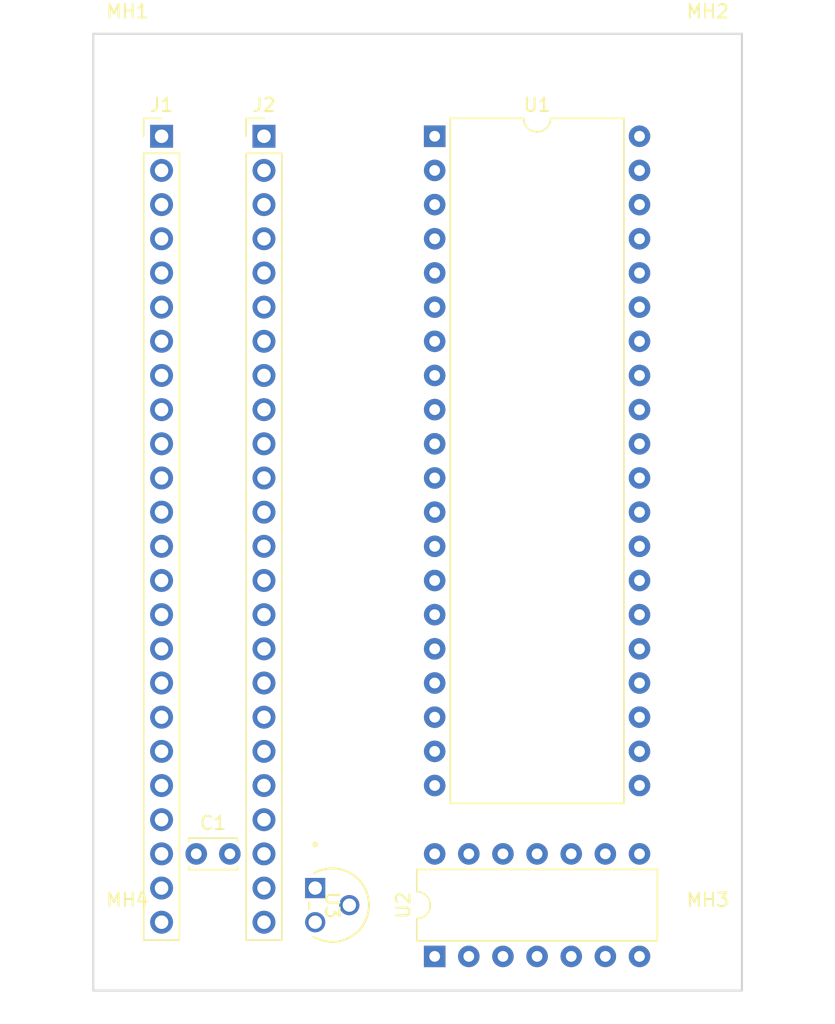
<source format=kicad_pcb>
(kicad_pcb (version 20221018) (generator pcbnew)
  (title_block (title "BionicP8086") (company "Tadashi G. Takaoka"))
  (layers (0 "F.Cu" signal) (31 "B.Cu" signal) (34 "B.Paste" user) (35 "F.Paste" user) (36 "B.SilkS" user "B.Silkscreen") (37 "F.SilkS" user "F.Silkscreen") (38 "B.Mask" user) (39 "F.Mask" user) (44 "Edge.Cuts" user))
  (net 0 "")
  (net 1 "GND")
  (net 2 "VCC")
  (net 3 "/P50")
  (net 4 "/P53")
  (net 6 "/P51")
  (net 7 "/P36")
  (net 8 "/P52")
  (net 9 "/P37")
  (net 10 "/P47")
  (net 11 "/P55")
  (net 12 "/P54")
  (net 13 "/P46")
  (net 14 "/P35")
  (net 15 "/P20")
  (net 16 "/P34")
  (net 17 "/P21")
  (net 18 "/P33")
  (net 19 "/P22")
  (net 20 "/P32")
  (net 21 "/P23")
  (net 22 "/P31")
  (net 23 "/P24")
  (net 24 "/P30")
  (net 25 "/P25")
  (net 26 "/P26")
  (net 27 "/P17")
  (net 28 "/P27")
  (net 29 "/P16")
  (net 30 "/P15")
  (net 31 "/P40")
  (net 32 "/P14")
  (net 33 "/P13")
  (net 34 "/P42")
  (net 35 "/P12")
  (net 36 "/P43")
  (net 37 "/P11")
  (net 38 "/P44")
  (net 39 "/P10")
  (net 40 "Net-(U1-CLK)")
  (net 45 "Net-(J2-P57)")
  (footprint "MountingHole:MountingHole_3.2mm_M3" (layer "F.Cu") (at 101 70)
    (fp_text reference "MH1" (at 0 -4.2) (layer "F.SilkS"))
    (fp_text value "MountingHole_3.2mm_M3")
    (pad "" np_thru_hole circle (at 0 0) (size 3.2 3.2) (drill 3.2) (layers "*.Cu" "*.Mask"))
  )
  (footprint "MountingHole:MountingHole_3.2mm_M3" (layer "F.Cu") (at 144.18 70)
    (fp_text reference "MH2" (at 0 -4.2) (layer "F.SilkS"))
    (fp_text value "MountingHole_3.2mm_M3")
    (pad "" np_thru_hole circle (at 0 0) (size 3.2 3.2) (drill 3.2) (layers "*.Cu" "*.Mask"))
  )
  (footprint "MountingHole:MountingHole_3.2mm_M3" (layer "F.Cu") (at 144.18 136.04)
    (fp_text reference "MH3" (at 0 -4.2) (layer "F.SilkS"))
    (fp_text value "MountingHole_3.2mm_M3")
    (pad "" np_thru_hole circle (at 0 0) (size 3.2 3.2) (drill 3.2) (layers "*.Cu" "*.Mask"))
  )
  (footprint "MountingHole:MountingHole_3.2mm_M3" (layer "F.Cu") (at 101 136.04)
    (fp_text reference "MH4" (at 0 -4.2) (layer "F.SilkS"))
    (fp_text value "MountingHole_3.2mm_M3")
    (pad "" np_thru_hole circle (at 0 0) (size 3.2 3.2) (drill 3.2) (layers "*.Cu" "*.Mask"))
  )
  (footprint "Capacitor_THT:C_Disc_D3.4mm_W2.1mm_P2.50mm" (layer "F.Cu") (at 106.12 128.42)
    (fp_text reference "C1" (at 1.25 -2.3) (layer "F.SilkS"))
    (fp_text value "0.1u")
    (fp_line (start -0.57 -1.17) (end -0.57 -0.925) (stroke (width 0.12)) (layer "F.SilkS"))
    (fp_line (start -0.57 -1.17) (end 3.07 -1.17) (stroke (width 0.12)) (layer "F.SilkS"))
    (fp_line (start -0.57 0.925) (end -0.57 1.17) (stroke (width 0.12)) (layer "F.SilkS"))
    (fp_line (start -0.57 1.17) (end 3.07 1.17) (stroke (width 0.12)) (layer "F.SilkS"))
    (fp_line (start 3.07 -1.17) (end 3.07 -0.925) (stroke (width 0.12)) (layer "F.SilkS"))
    (fp_line (start 3.07 0.925) (end 3.07 1.17) (stroke (width 0.12)) (layer "F.SilkS"))
    (pad "1" thru_hole circle (at 0 0) (size 1.6 1.6) (drill 0.8) (layers "*.Cu" "*.Mask") (net 2 "VCC"))
    (pad "2" thru_hole circle (at 2.5 0) (size 1.6 1.6) (drill 0.8) (layers "*.Cu" "*.Mask") (net 1 "GND"))
  )
  (footprint "Package_DIP:DIP-14_W7.62mm" (layer "F.Cu") (at 123.86 136.04 90)
    (fp_text reference "U2" (at 3.81 -2.33 90) (layer "F.SilkS"))
    (fp_text value "74HCT126")
    (fp_line (start 1.16 -1.33) (end 1.16 16.57) (stroke (width 0.12)) (layer "F.SilkS"))
    (fp_line (start 1.16 16.57) (end 6.46 16.57) (stroke (width 0.12)) (layer "F.SilkS"))
    (fp_line (start 2.81 -1.33) (end 1.16 -1.33) (stroke (width 0.12)) (layer "F.SilkS"))
    (fp_line (start 6.46 -1.33) (end 4.81 -1.33) (stroke (width 0.12)) (layer "F.SilkS"))
    (fp_line (start 6.46 16.57) (end 6.46 -1.33) (stroke (width 0.12)) (layer "F.SilkS"))
    (fp_arc (start 4.81 -1.33) (mid 3.81 -0.33) (end 2.81 -1.33) (stroke (width 0.12)) (layer "F.SilkS"))
    (pad "1" thru_hole rect (at 0 0 90) (size 1.6 1.6) (drill 0.8) (layers "*.Cu" "*.Mask") (net 2 "VCC"))
    (pad "2" thru_hole oval (at 0 2.54 90) (size 1.6 1.6) (drill 0.8) (layers "*.Cu" "*.Mask") (net 13 "/P46"))
    (pad "3" thru_hole oval (at 0 5.08 90) (size 1.6 1.6) (drill 0.8) (layers "*.Cu" "*.Mask") (net 40 "Net-(U1-CLK)"))
    (pad "4" thru_hole oval (at 0 7.62 90) (size 1.6 1.6) (drill 0.8) (layers "*.Cu" "*.Mask") (net 2 "VCC"))
    (pad "5" thru_hole oval (at 0 10.16 90) (size 1.6 1.6) (drill 0.8) (layers "*.Cu" "*.Mask") (net 1 "GND"))
    (pad "6" thru_hole oval (at 0 12.7 90) (size 1.6 1.6) (drill 0.8) (layers "*.Cu" "*.Mask"))
    (pad "7" thru_hole oval (at 0 15.24 90) (size 1.6 1.6) (drill 0.8) (layers "*.Cu" "*.Mask") (net 1 "GND"))
    (pad "8" thru_hole oval (at 7.62 15.24 90) (size 1.6 1.6) (drill 0.8) (layers "*.Cu" "*.Mask"))
    (pad "9" thru_hole oval (at 7.62 12.7 90) (size 1.6 1.6) (drill 0.8) (layers "*.Cu" "*.Mask") (net 1 "GND"))
    (pad "10" thru_hole oval (at 7.62 10.16 90) (size 1.6 1.6) (drill 0.8) (layers "*.Cu" "*.Mask") (net 1 "GND"))
    (pad "11" thru_hole oval (at 7.62 7.62 90) (size 1.6 1.6) (drill 0.8) (layers "*.Cu" "*.Mask"))
    (pad "12" thru_hole oval (at 7.62 5.08 90) (size 1.6 1.6) (drill 0.8) (layers "*.Cu" "*.Mask") (net 1 "GND"))
    (pad "13" thru_hole oval (at 7.62 2.54 90) (size 1.6 1.6) (drill 0.8) (layers "*.Cu" "*.Mask") (net 1 "GND"))
    (pad "14" thru_hole oval (at 7.62 0 90) (size 1.6 1.6) (drill 0.8) (layers "*.Cu" "*.Mask") (net 2 "VCC"))
  )
  (footprint "Package_DIP:DIP-40_W15.24mm" (layer "F.Cu") (at 123.86 75.08)
    (fp_text reference "U1" (at 7.62 -2.33) (layer "F.SilkS"))
    (fp_text value "P80C86A")
    (fp_line (start 1.16 -1.33) (end 1.16 49.59) (stroke (width 0.12)) (layer "F.SilkS"))
    (fp_line (start 1.16 49.59) (end 14.08 49.59) (stroke (width 0.12)) (layer "F.SilkS"))
    (fp_line (start 6.62 -1.33) (end 1.16 -1.33) (stroke (width 0.12)) (layer "F.SilkS"))
    (fp_line (start 14.08 -1.33) (end 8.62 -1.33) (stroke (width 0.12)) (layer "F.SilkS"))
    (fp_line (start 14.08 49.59) (end 14.08 -1.33) (stroke (width 0.12)) (layer "F.SilkS"))
    (fp_arc (start 8.62 -1.33) (mid 7.62 -0.33) (end 6.62 -1.33) (stroke (width 0.12)) (layer "F.SilkS"))
    (pad "1" thru_hole rect (at 0 0) (size 1.6 1.6) (drill 0.8) (layers "*.Cu" "*.Mask") (net 1 "GND"))
    (pad "2" thru_hole oval (at 0 2.54) (size 1.6 1.6) (drill 0.8) (layers "*.Cu" "*.Mask") (net 26 "/P26"))
    (pad "3" thru_hole oval (at 0 5.08) (size 1.6 1.6) (drill 0.8) (layers "*.Cu" "*.Mask") (net 25 "/P25"))
    (pad "4" thru_hole oval (at 0 7.62) (size 1.6 1.6) (drill 0.8) (layers "*.Cu" "*.Mask") (net 23 "/P24"))
    (pad "5" thru_hole oval (at 0 10.16) (size 1.6 1.6) (drill 0.8) (layers "*.Cu" "*.Mask") (net 21 "/P23"))
    (pad "6" thru_hole oval (at 0 12.7) (size 1.6 1.6) (drill 0.8) (layers "*.Cu" "*.Mask") (net 19 "/P22"))
    (pad "7" thru_hole oval (at 0 15.24) (size 1.6 1.6) (drill 0.8) (layers "*.Cu" "*.Mask") (net 17 "/P21"))
    (pad "8" thru_hole oval (at 0 17.78) (size 1.6 1.6) (drill 0.8) (layers "*.Cu" "*.Mask") (net 15 "/P20"))
    (pad "9" thru_hole oval (at 0 20.32) (size 1.6 1.6) (drill 0.8) (layers "*.Cu" "*.Mask") (net 27 "/P17"))
    (pad "10" thru_hole oval (at 0 22.86) (size 1.6 1.6) (drill 0.8) (layers "*.Cu" "*.Mask") (net 29 "/P16"))
    (pad "11" thru_hole oval (at 0 25.4) (size 1.6 1.6) (drill 0.8) (layers "*.Cu" "*.Mask") (net 30 "/P15"))
    (pad "12" thru_hole oval (at 0 27.94) (size 1.6 1.6) (drill 0.8) (layers "*.Cu" "*.Mask") (net 32 "/P14"))
    (pad "13" thru_hole oval (at 0 30.48) (size 1.6 1.6) (drill 0.8) (layers "*.Cu" "*.Mask") (net 33 "/P13"))
    (pad "14" thru_hole oval (at 0 33.02) (size 1.6 1.6) (drill 0.8) (layers "*.Cu" "*.Mask") (net 35 "/P12"))
    (pad "15" thru_hole oval (at 0 35.56) (size 1.6 1.6) (drill 0.8) (layers "*.Cu" "*.Mask") (net 37 "/P11"))
    (pad "16" thru_hole oval (at 0 38.1) (size 1.6 1.6) (drill 0.8) (layers "*.Cu" "*.Mask") (net 39 "/P10"))
    (pad "17" thru_hole oval (at 0 40.64) (size 1.6 1.6) (drill 0.8) (layers "*.Cu" "*.Mask") (net 36 "/P43"))
    (pad "18" thru_hole oval (at 0 43.18) (size 1.6 1.6) (drill 0.8) (layers "*.Cu" "*.Mask") (net 34 "/P42"))
    (pad "19" thru_hole oval (at 0 45.72) (size 1.6 1.6) (drill 0.8) (layers "*.Cu" "*.Mask") (net 40 "Net-(U1-CLK)"))
    (pad "20" thru_hole oval (at 0 48.26) (size 1.6 1.6) (drill 0.8) (layers "*.Cu" "*.Mask") (net 1 "GND"))
    (pad "21" thru_hole oval (at 15.24 48.26) (size 1.6 1.6) (drill 0.8) (layers "*.Cu" "*.Mask") (net 4 "/P53"))
    (pad "22" thru_hole oval (at 15.24 45.72) (size 1.6 1.6) (drill 0.8) (layers "*.Cu" "*.Mask") (net 8 "/P52"))
    (pad "23" thru_hole oval (at 15.24 43.18) (size 1.6 1.6) (drill 0.8) (layers "*.Cu" "*.Mask") (net 2 "VCC"))
    (pad "24" thru_hole oval (at 15.24 40.64) (size 1.6 1.6) (drill 0.8) (layers "*.Cu" "*.Mask") (net 12 "/P54"))
    (pad "25" thru_hole oval (at 15.24 38.1) (size 1.6 1.6) (drill 0.8) (layers "*.Cu" "*.Mask") (net 31 "/P40"))
    (pad "26" thru_hole oval (at 15.24 35.56) (size 1.6 1.6) (drill 0.8) (layers "*.Cu" "*.Mask") (net 38 "/P44"))
    (pad "27" thru_hole oval (at 15.24 33.02) (size 1.6 1.6) (drill 0.8) (layers "*.Cu" "*.Mask") (net 14 "/P35"))
    (pad "28" thru_hole oval (at 15.24 30.48) (size 1.6 1.6) (drill 0.8) (layers "*.Cu" "*.Mask") (net 11 "/P55"))
    (pad "29" thru_hole oval (at 15.24 27.94) (size 1.6 1.6) (drill 0.8) (layers "*.Cu" "*.Mask") (net 6 "/P51"))
    (pad "30" thru_hole oval (at 15.24 25.4) (size 1.6 1.6) (drill 0.8) (layers "*.Cu" "*.Mask") (net 7 "/P36"))
    (pad "31" thru_hole oval (at 15.24 22.86) (size 1.6 1.6) (drill 0.8) (layers "*.Cu" "*.Mask") (net 9 "/P37"))
    (pad "32" thru_hole oval (at 15.24 20.32) (size 1.6 1.6) (drill 0.8) (layers "*.Cu" "*.Mask") (net 3 "/P50"))
    (pad "33" thru_hole oval (at 15.24 17.78) (size 1.6 1.6) (drill 0.8) (layers "*.Cu" "*.Mask") (net 10 "/P47"))
    (pad "34" thru_hole oval (at 15.24 15.24) (size 1.6 1.6) (drill 0.8) (layers "*.Cu" "*.Mask") (net 16 "/P34"))
    (pad "35" thru_hole oval (at 15.24 12.7) (size 1.6 1.6) (drill 0.8) (layers "*.Cu" "*.Mask") (net 18 "/P33"))
    (pad "36" thru_hole oval (at 15.24 10.16) (size 1.6 1.6) (drill 0.8) (layers "*.Cu" "*.Mask") (net 20 "/P32"))
    (pad "37" thru_hole oval (at 15.24 7.62) (size 1.6 1.6) (drill 0.8) (layers "*.Cu" "*.Mask") (net 22 "/P31"))
    (pad "38" thru_hole oval (at 15.24 5.08) (size 1.6 1.6) (drill 0.8) (layers "*.Cu" "*.Mask") (net 24 "/P30"))
    (pad "39" thru_hole oval (at 15.24 2.54) (size 1.6 1.6) (drill 0.8) (layers "*.Cu" "*.Mask") (net 28 "/P27"))
    (pad "40" thru_hole oval (at 15.24 0) (size 1.6 1.6) (drill 0.8) (layers "*.Cu" "*.Mask") (net 2 "VCC"))
  )
  (footprint "connector:Bionic-P135_Vertical" (layer "F.Cu") (at 103.54 75.08)
    (fp_text reference "J1" (at 0 -2.33) (layer "F.SilkS"))
    (fp_text value "Bionic-P135")
    (fp_line (start -1.33 -1.33) (end 0 -1.33) (stroke (width 0.12)) (layer "F.SilkS"))
    (fp_line (start -1.33 0) (end -1.33 -1.33) (stroke (width 0.12)) (layer "F.SilkS"))
    (fp_line (start -1.33 1.27) (end -1.33 59.75) (stroke (width 0.12)) (layer "F.SilkS"))
    (fp_line (start -1.33 1.27) (end 1.33 1.27) (stroke (width 0.12)) (layer "F.SilkS"))
    (fp_line (start -1.33 59.75) (end 1.33 59.75) (stroke (width 0.12)) (layer "F.SilkS"))
    (fp_line (start 1.33 1.27) (end 1.33 59.75) (stroke (width 0.12)) (layer "F.SilkS"))
    (pad "1" thru_hole rect (at 0 0) (size 1.7 1.7) (drill 1) (layers "*.Cu" "*.Mask") (net 1 "GND"))
    (pad "2" thru_hole oval (at 0 2.54) (size 1.7 1.7) (drill 1) (layers "*.Cu" "*.Mask") (net 39 "/P10"))
    (pad "3" thru_hole oval (at 0 5.08) (size 1.7 1.7) (drill 1) (layers "*.Cu" "*.Mask") (net 37 "/P11"))
    (pad "4" thru_hole oval (at 0 7.62) (size 1.7 1.7) (drill 1) (layers "*.Cu" "*.Mask") (net 35 "/P12"))
    (pad "5" thru_hole oval (at 0 10.16) (size 1.7 1.7) (drill 1) (layers "*.Cu" "*.Mask") (net 33 "/P13"))
    (pad "6" thru_hole oval (at 0 12.7) (size 1.7 1.7) (drill 1) (layers "*.Cu" "*.Mask") (net 32 "/P14"))
    (pad "7" thru_hole oval (at 0 15.24) (size 1.7 1.7) (drill 1) (layers "*.Cu" "*.Mask") (net 30 "/P15"))
    (pad "8" thru_hole oval (at 0 17.78) (size 1.7 1.7) (drill 1) (layers "*.Cu" "*.Mask") (net 29 "/P16"))
    (pad "9" thru_hole oval (at 0 20.32) (size 1.7 1.7) (drill 1) (layers "*.Cu" "*.Mask") (net 27 "/P17"))
    (pad "10" thru_hole oval (at 0 22.86) (size 1.7 1.7) (drill 1) (layers "*.Cu" "*.Mask"))
    (pad "11" thru_hole oval (at 0 25.4) (size 1.7 1.7) (drill 1) (layers "*.Cu" "*.Mask") (net 24 "/P30"))
    (pad "12" thru_hole oval (at 0 27.94) (size 1.7 1.7) (drill 1) (layers "*.Cu" "*.Mask") (net 22 "/P31"))
    (pad "13" thru_hole oval (at 0 30.48) (size 1.7 1.7) (drill 1) (layers "*.Cu" "*.Mask") (net 20 "/P32"))
    (pad "14" thru_hole oval (at 0 33.02) (size 1.7 1.7) (drill 1) (layers "*.Cu" "*.Mask") (net 18 "/P33"))
    (pad "15" thru_hole oval (at 0 35.56) (size 1.7 1.7) (drill 1) (layers "*.Cu" "*.Mask") (net 16 "/P34"))
    (pad "16" thru_hole oval (at 0 38.1) (size 1.7 1.7) (drill 1) (layers "*.Cu" "*.Mask") (net 14 "/P35"))
    (pad "17" thru_hole oval (at 0 40.64) (size 1.7 1.7) (drill 1) (layers "*.Cu" "*.Mask") (net 7 "/P36"))
    (pad "18" thru_hole oval (at 0 43.18) (size 1.7 1.7) (drill 1) (layers "*.Cu" "*.Mask") (net 9 "/P37"))
    (pad "19" thru_hole oval (at 0 45.72) (size 1.7 1.7) (drill 1) (layers "*.Cu" "*.Mask"))
    (pad "20" thru_hole oval (at 0 48.26) (size 1.7 1.7) (drill 1) (layers "*.Cu" "*.Mask") (net 3 "/P50"))
    (pad "21" thru_hole oval (at 0 50.8) (size 1.7 1.7) (drill 1) (layers "*.Cu" "*.Mask") (net 6 "/P51"))
    (pad "22" thru_hole oval (at 0 53.34) (size 1.7 1.7) (drill 1) (layers "*.Cu" "*.Mask") (net 8 "/P52"))
    (pad "23" thru_hole oval (at 0 55.88) (size 1.7 1.7) (drill 1) (layers "*.Cu" "*.Mask") (net 4 "/P53"))
    (pad "24" thru_hole oval (at 0 58.42) (size 1.7 1.7) (drill 1) (layers "*.Cu" "*.Mask") (net 2 "VCC"))
  )
  (footprint "microchip:TO-92_MC_MCH" (layer "F.Cu") (at 114.97 130.96 -90)
    (fp_text reference "U3" (at 1.27 -1.27 -90 unlocked) (layer "F.SilkS"))
    (fp_text value "11AA010-I/TO")
    (fp_line (start 1.08204 0.4445) (end 1.553476 0.4445) (stroke (width 0.1524)) (layer "F.SilkS"))
    (fp_arc (start -1.08204 0.116917) (mid 0.551186 -3.904186) (end 4.0005 -1.27) (stroke (width 0.1524)) (layer "F.SilkS"))
    (fp_arc (start 4.0005 -1.269999) (mid 3.90215 -0.543764) (end 3.614184 0.130155) (stroke (width 0.1524)) (layer "F.SilkS"))
    (fp_circle (center -3.2385 0) (end -3.1115 0) (stroke (width 0.1524)) (fill none) (layer "F.SilkS"))
    (pad "1" thru_hole rect (at 0 0 270) (size 1.4986 1.4986) (drill 0.9906) (layers "*.Cu" "*.Mask") (net 1 "GND"))
    (pad "2" thru_hole circle (at 1.27 -2.54 270) (size 1.4986 1.4986) (drill 0.9906) (layers "*.Cu" "*.Mask") (net 45 "Net-(J2-P57)"))
    (pad "3" thru_hole circle (at 2.54 0 270) (size 1.4986 1.4986) (drill 0.9906) (layers "*.Cu" "*.Mask") (net 2 "VCC"))
  )
  (footprint "connector:Bionic-P245_Vertical" (layer "F.Cu") (at 111.16 75.08)
    (fp_text reference "J2" (at 0 -2.33) (layer "F.SilkS"))
    (fp_text value "Bionic-P245")
    (fp_line (start -1.33 -1.33) (end 0 -1.33) (stroke (width 0.12)) (layer "F.SilkS"))
    (fp_line (start -1.33 0) (end -1.33 -1.33) (stroke (width 0.12)) (layer "F.SilkS"))
    (fp_line (start -1.33 1.27) (end -1.33 59.75) (stroke (width 0.12)) (layer "F.SilkS"))
    (fp_line (start -1.33 1.27) (end 1.33 1.27) (stroke (width 0.12)) (layer "F.SilkS"))
    (fp_line (start -1.33 59.75) (end 1.33 59.75) (stroke (width 0.12)) (layer "F.SilkS"))
    (fp_line (start 1.33 1.27) (end 1.33 59.75) (stroke (width 0.12)) (layer "F.SilkS"))
    (pad "25" thru_hole oval (at 0 58.42) (size 1.7 1.7) (drill 1) (layers "*.Cu" "*.Mask") (net 2 "VCC"))
    (pad "26" thru_hole oval (at 0 55.88) (size 1.7 1.7) (drill 1) (layers "*.Cu" "*.Mask") (net 45 "Net-(J2-P57)"))
    (pad "27" thru_hole oval (at 0 53.34) (size 1.7 1.7) (drill 1) (layers "*.Cu" "*.Mask"))
    (pad "28" thru_hole oval (at 0 50.8) (size 1.7 1.7) (drill 1) (layers "*.Cu" "*.Mask") (net 11 "/P55"))
    (pad "29" thru_hole oval (at 0 48.26) (size 1.7 1.7) (drill 1) (layers "*.Cu" "*.Mask") (net 12 "/P54"))
    (pad "30" thru_hole oval (at 0 45.72) (size 1.7 1.7) (drill 1) (layers "*.Cu" "*.Mask"))
    (pad "31" thru_hole oval (at 0 43.18) (size 1.7 1.7) (drill 1) (layers "*.Cu" "*.Mask") (net 10 "/P47"))
    (pad "32" thru_hole oval (at 0 40.64) (size 1.7 1.7) (drill 1) (layers "*.Cu" "*.Mask") (net 13 "/P46"))
    (pad "33" thru_hole oval (at 0 38.1) (size 1.7 1.7) (drill 1) (layers "*.Cu" "*.Mask"))
    (pad "34" thru_hole oval (at 0 35.56) (size 1.7 1.7) (drill 1) (layers "*.Cu" "*.Mask") (net 38 "/P44"))
    (pad "35" thru_hole oval (at 0 33.02) (size 1.7 1.7) (drill 1) (layers "*.Cu" "*.Mask") (net 36 "/P43"))
    (pad "36" thru_hole oval (at 0 30.48) (size 1.7 1.7) (drill 1) (layers "*.Cu" "*.Mask") (net 34 "/P42"))
    (pad "37" thru_hole oval (at 0 27.94) (size 1.7 1.7) (drill 1) (layers "*.Cu" "*.Mask"))
    (pad "38" thru_hole oval (at 0 25.4) (size 1.7 1.7) (drill 1) (layers "*.Cu" "*.Mask") (net 31 "/P40"))
    (pad "39" thru_hole oval (at 0 22.86) (size 1.7 1.7) (drill 1) (layers "*.Cu" "*.Mask"))
    (pad "40" thru_hole oval (at 0 20.32) (size 1.7 1.7) (drill 1) (layers "*.Cu" "*.Mask") (net 28 "/P27"))
    (pad "41" thru_hole oval (at 0 17.78) (size 1.7 1.7) (drill 1) (layers "*.Cu" "*.Mask") (net 26 "/P26"))
    (pad "42" thru_hole oval (at 0 15.24) (size 1.7 1.7) (drill 1) (layers "*.Cu" "*.Mask") (net 25 "/P25"))
    (pad "43" thru_hole oval (at 0 12.7) (size 1.7 1.7) (drill 1) (layers "*.Cu" "*.Mask") (net 23 "/P24"))
    (pad "44" thru_hole oval (at 0 10.16) (size 1.7 1.7) (drill 1) (layers "*.Cu" "*.Mask") (net 21 "/P23"))
    (pad "45" thru_hole oval (at 0 7.62) (size 1.7 1.7) (drill 1) (layers "*.Cu" "*.Mask") (net 19 "/P22"))
    (pad "46" thru_hole oval (at 0 5.08) (size 1.7 1.7) (drill 1) (layers "*.Cu" "*.Mask") (net 17 "/P21"))
    (pad "47" thru_hole oval (at 0 2.54) (size 1.7 1.7) (drill 1) (layers "*.Cu" "*.Mask") (net 15 "/P20"))
    (pad "48" thru_hole rect (at 0 0) (size 1.7 1.7) (drill 1) (layers "*.Cu" "*.Mask") (net 1 "GND"))
  )
  (gr_line (start 98.46 138.58) (end 98.46 67.46) (stroke (width 0.15)) (layer "Edge.Cuts"))
  (gr_line (start 146.72 138.58) (end 98.46 138.58) (stroke (width 0.15)) (layer "Edge.Cuts"))
  (gr_line (start 146.72 67.46) (end 146.72 138.58) (stroke (width 0.15)) (layer "Edge.Cuts"))
  (gr_line (start 98.46 67.46) (end 146.72 67.46) (stroke (width 0.15)) (layer "Edge.Cuts"))
)
</source>
